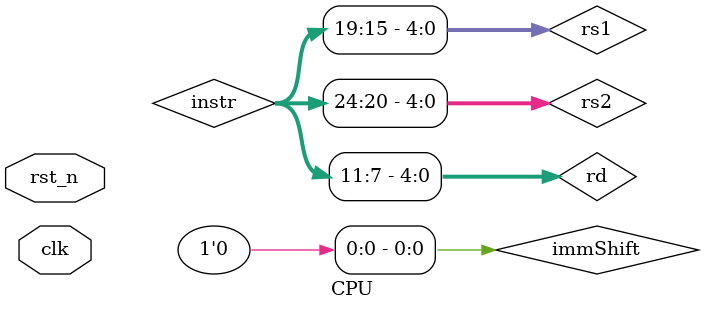
<source format=v>
`include "registerBank.v"
`include "instructionMemory.v"
`include "ALU.v"
`include "dataMemory.v"
`include "ALUControl.v"
`include "controlUnit.v"
`include "immGen.v"
`include "programCounter.v"

module CPU (

  input wire clk,    // Clock
  input wire rst_n  // Reset

);

wire [31:0] instr;
wire [31:0] pcIn, pcOut;
wire pcSrc, zero, branch;
assign pcSrc = branch & zero;

wire [31:0] readRegData1, readRegData2, writeRegData; 
wire [4:0] rs1, rs2, rd;
wire regWrite;
assign rs1 = instr[19:15];
assign rs2 = instr[24:20];
assign rd = instr[11:7];

wire [31:0] immOut, immShift;
wire [1:0] immSel;
assign immShift= immOut << 1;

wire aluSrc;
wire [3:0] aluCtrl;
wire [31:0] aluResult, aluCtrl2;
wire [1:0] aluOp;

wire [31:0] memData;
wire memToReg;
wire memRead; 
wire memWrite;

// Instruction Fetch Stage
assign pcIn = pcSrc? (pcOut + immShift): (pcOut + 4);
programCounter pc (.clk(clk), .rst_n(rst_n), .programCounterIn(pcIn), .programCounterOut(pcOut));
instructionMemory instrMem (.clk(clk), .rst_n(rst_n), .programCounter(pcOut), .instr(instr));

// Instruction Decode stage
controlUnit ctrlUnit (.opcode(instr[6:0]), .immSel(immSel), .aluOp(aluOp), .regWrite(regWrite), .memToReg(memToReg), .aluSrc(aluSrc), .memRead(memRead), .memWrite(memWrite), .branch(branch));
registerBank regFile (.clk(clk), .rst_n(rst_n), .readReg1(rs1), .readReg2(rs2), .readData1(readRegData1), .readData2(readRegData2), .writeReg(rd), .regWrite(regWrite), .writeData(writeRegData));
immGen immgen (.instr(instr), .immSel(immSel), .immOut(immOut));

// Execution Stage
assign aluCtrl2 = aluSrc? immOut : readRegData2;
ALUControl aluControl (.aluOp(aluOp), .funct3(instr[14:12]), .funct7(instr[31:25]), .aluControl(aluCtrl));
ALU alu (.aluControl(aluCtrl), .data1(readRegData1), .data2(aluCtrl2), .aluResult(aluResult), .zero(zero));

// Memory Stage
dataMemory mem (.clk(clk), .rst_n(rst_n), .addr(aluResult), .writeData(readRegData2), .readData(memData), .memWrite(memWrite), .memRead(memRead));

// Write Back Stage
assign writeRegData = memToReg ? memData : aluResult;


endmodule
</source>
